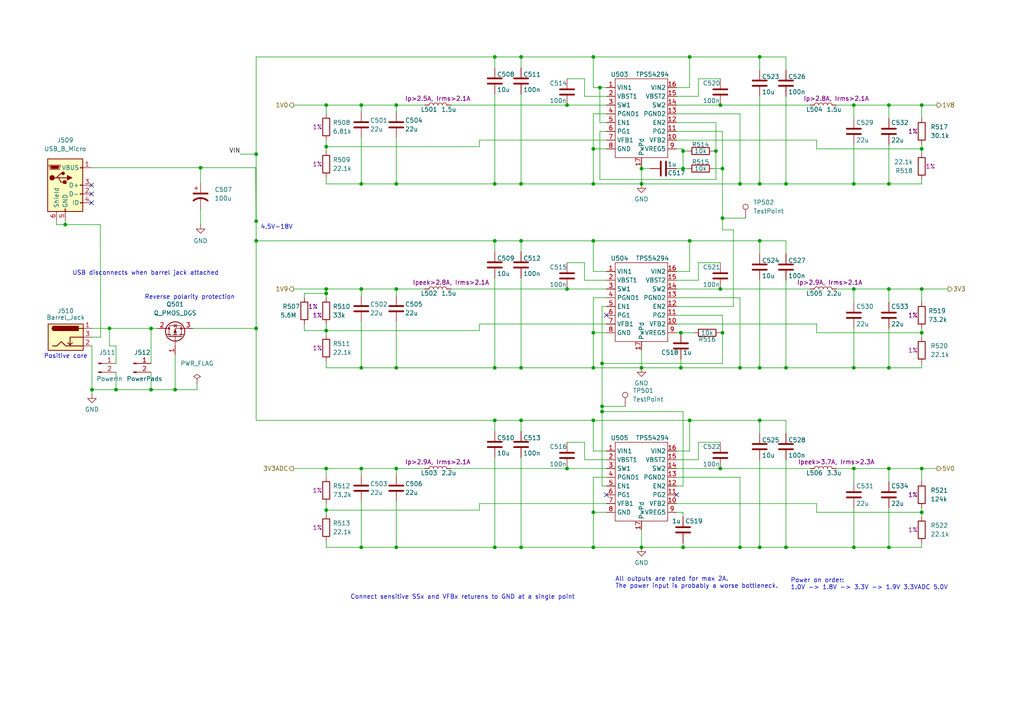
<source format=kicad_sch>
(kicad_sch (version 20211123) (generator eeschema)
  (paper "A4")
  (title_block (title "VGA Centrifuge") (date "2022-10-03") (rev "R3") (comment 1 "Author: Håvard Krogstie") (comment 2 "Power Supply"))
  (junction (at 151.13 158.75))
  (junction (at 257.81 53.34))
  (junction (at 151.13 69.85))
  (junction (at 143.51 16.51))
  (junction (at 267.335 30.48))
  (junction (at 247.65 135.89))
  (junction (at 151.13 121.92))
  (junction (at 214.63 106.68))
  (junction (at 227.965 158.75))
  (junction (at 94.615 95.885))
  (junction (at 114.935 106.68))
  (junction (at 104.775 106.68))
  (junction (at 18.923 65.151))
  (junction (at 172.085 148.59))
  (junction (at 247.65 106.68))
  (junction (at 208.915 30.48))
  (junction (at 74.295 95.25))
  (junction (at 227.965 106.68))
  (junction (at 114.935 83.82))
  (junction (at 151.13 16.51))
  (junction (at 74.295 64.135))
  (junction (at 197.485 96.52))
  (junction (at 267.335 148.59))
  (junction (at 94.615 135.89))
  (junction (at 143.51 53.34))
  (junction (at 267.335 83.82))
  (junction (at 173.99 25.4))
  (junction (at 198.12 48.895))
  (junction (at 257.81 83.82))
  (junction (at 174.625 117.856))
  (junction (at 172.085 43.18))
  (junction (at 267.335 96.52))
  (junction (at 50.8 113.03))
  (junction (at 186.055 48.895))
  (junction (at 198.12 158.75))
  (junction (at 143.51 121.92))
  (junction (at 172.085 158.75))
  (junction (at 94.615 42.545))
  (junction (at 143.51 69.85))
  (junction (at 33.655 113.03))
  (junction (at 43.815 95.25))
  (junction (at 114.935 158.75))
  (junction (at 257.81 135.89))
  (junction (at 214.63 158.75))
  (junction (at 114.935 30.48))
  (junction (at 94.615 83.82))
  (junction (at 220.345 69.85))
  (junction (at 197.485 106.68))
  (junction (at 172.085 53.34))
  (junction (at 220.345 53.34))
  (junction (at 164.465 83.82))
  (junction (at 94.615 30.48))
  (junction (at 257.81 106.68))
  (junction (at 151.13 106.68))
  (junction (at 186.055 53.34))
  (junction (at 220.345 121.92))
  (junction (at 143.51 106.68))
  (junction (at 94.615 147.955))
  (junction (at 247.65 158.75))
  (junction (at 198.12 43.815))
  (junction (at 209.55 96.52))
  (junction (at 174.625 119.38))
  (junction (at 43.815 113.03))
  (junction (at 26.67 113.03))
  (junction (at 220.345 16.51))
  (junction (at 114.935 53.34))
  (junction (at 186.055 106.68))
  (junction (at 151.13 53.34))
  (junction (at 209.55 63.2714))
  (junction (at 58.166 48.641))
  (junction (at 267.335 135.89))
  (junction (at 104.775 83.82))
  (junction (at 164.465 30.48))
  (junction (at 172.085 106.68))
  (junction (at 104.775 53.34))
  (junction (at 172.085 16.51))
  (junction (at 104.775 158.75))
  (junction (at 172.085 121.92))
  (junction (at 200.025 69.85))
  (junction (at 172.085 96.52))
  (junction (at 208.915 135.89))
  (junction (at 114.935 135.89))
  (junction (at 247.65 53.34))
  (junction (at 104.775 135.89))
  (junction (at 104.775 30.48))
  (junction (at 227.965 53.34))
  (junction (at 257.81 30.48))
  (junction (at 220.345 106.68))
  (junction (at 257.81 158.75))
  (junction (at 247.65 83.82))
  (junction (at 31.75 95.25))
  (junction (at 220.345 158.75))
  (junction (at 186.055 158.75))
  (junction (at 214.63 53.34))
  (junction (at 172.085 69.85))
  (junction (at 209.55 48.895))
  (junction (at 94.615 85.09))
  (junction (at 174.625 105.41))
  (junction (at 207.645 43.815))
  (junction (at 247.65 30.48))
  (junction (at 200.025 16.51))
  (junction (at 164.465 135.89))
  (junction (at 200.025 121.92))
  (junction (at 74.295 44.704))
  (junction (at 143.51 158.75))
  (junction (at 267.335 43.18))
  (junction (at 208.915 83.82))
  (junction (at 74.295 69.85))
  (no_connect (at 26.543 58.801))
  (no_connect (at 26.543 53.721))
  (no_connect (at 26.543 56.261))
  (no_connect (at 175.895 91.44))
  (no_connect (at 175.895 143.51))
  (no_connect (at 196.215 143.51))
  (wire (pts (xy 74.295 64.135) (xy 74.295 69.85)))
  (wire (pts (xy 94.615 158.75) (xy 104.775 158.75)))
  (wire (pts (xy 267.335 83.82) (xy 274.955 83.82)))
  (wire (pts (xy 267.335 30.48) (xy 271.78 30.48)))
  (wire (pts (xy 88.265 93.98) (xy 88.265 95.885)))
  (wire (pts (xy 257.81 135.89) (xy 257.81 139.7)))
  (wire (pts (xy 209.55 38.1) (xy 209.55 48.895)))
  (wire (pts (xy 267.335 83.82) (xy 267.335 87.63)))
  (wire (pts (xy 227.965 106.68) (xy 220.345 106.68)))
  (wire (pts (xy 104.775 85.725) (xy 104.775 83.82)))
  (wire (pts (xy 196.215 25.4) (xy 200.025 25.4)))
  (wire (pts (xy 85.09 83.82) (xy 94.615 83.82)))
  (wire (pts (xy 69.6976 44.704) (xy 74.295 44.704)))
  (wire (pts (xy 143.51 158.75) (xy 151.13 158.75)))
  (wire (pts (xy 174.625 117.856) (xy 174.625 119.38)))
  (wire (pts (xy 175.895 96.52) (xy 172.085 96.52)))
  (wire (pts (xy 236.855 96.52) (xy 267.335 96.52)))
  (wire (pts (xy 139.065 93.98) (xy 175.895 93.98)))
  (wire (pts (xy 208.915 135.89) (xy 234.95 135.89)))
  (wire (pts (xy 247.65 106.68) (xy 227.965 106.68)))
  (wire (pts (xy 220.345 158.75) (xy 214.63 158.75)))
  (wire (pts (xy 143.51 69.85) (xy 151.13 69.85)))
  (wire (pts (xy 198.12 43.815) (xy 198.12 48.895)))
  (wire (pts (xy 104.775 106.68) (xy 114.935 106.68)))
  (wire (pts (xy 94.615 135.89) (xy 104.775 135.89)))
  (wire (pts (xy 151.13 80.645) (xy 151.13 106.68)))
  (wire (pts (xy 236.855 93.98) (xy 236.855 96.52)))
  (wire (pts (xy 227.965 53.34) (xy 220.345 53.34)))
  (wire (pts (xy 114.935 83.82) (xy 123.19 83.82)))
  (wire (pts (xy 151.13 69.85) (xy 151.13 73.025)))
  (wire (pts (xy 172.085 148.59) (xy 172.085 158.75)))
  (wire (pts (xy 31.75 95.25) (xy 43.815 95.25)))
  (wire (pts (xy 186.055 53.34) (xy 214.63 53.34)))
  (wire (pts (xy 29.21 97.79) (xy 26.67 97.79)))
  (wire (pts (xy 130.81 135.89) (xy 164.465 135.89)))
  (wire (pts (xy 26.67 113.03) (xy 33.655 113.03)))
  (wire (pts (xy 186.055 48.895) (xy 188.595 48.895)))
  (wire (pts (xy 114.935 32.385) (xy 114.935 30.48)))
  (wire (pts (xy 247.65 83.82) (xy 257.81 83.82)))
  (wire (pts (xy 220.345 69.85) (xy 227.965 69.85)))
  (wire (pts (xy 257.81 106.68) (xy 267.335 106.68)))
  (wire (pts (xy 33.655 113.03) (xy 43.815 113.03)))
  (wire (pts (xy 143.51 106.68) (xy 151.13 106.68)))
  (wire (pts (xy 220.345 16.51) (xy 220.345 20.32)))
  (wire (pts (xy 94.615 51.435) (xy 94.615 53.34)))
  (wire (pts (xy 94.615 146.05) (xy 94.615 147.955)))
  (wire (pts (xy 114.935 53.34) (xy 114.935 40.005)))
  (wire (pts (xy 173.99 35.56) (xy 173.99 25.4)))
  (wire (pts (xy 196.215 33.02) (xy 214.63 33.02)))
  (wire (pts (xy 220.345 106.68) (xy 214.63 106.68)))
  (wire (pts (xy 181.3306 117.856) (xy 174.625 117.856)))
  (wire (pts (xy 209.55 63.2714) (xy 209.55 66.675)))
  (wire (pts (xy 196.215 27.94) (xy 202.565 27.94)))
  (wire (pts (xy 202.565 27.94) (xy 202.565 22.86)))
  (wire (pts (xy 196.215 43.18) (xy 198.12 43.18)))
  (wire (pts (xy 257.81 158.75) (xy 267.335 158.75)))
  (wire (pts (xy 43.815 113.03) (xy 50.8 113.03)))
  (wire (pts (xy 247.65 135.89) (xy 257.81 135.89)))
  (wire (pts (xy 200.025 69.85) (xy 220.345 69.85)))
  (wire (pts (xy 74.168 48.641) (xy 74.295 64.135)))
  (wire (pts (xy 247.65 30.48) (xy 247.65 34.29)))
  (wire (pts (xy 164.465 83.82) (xy 175.895 83.82)))
  (wire (pts (xy 267.335 43.18) (xy 267.335 44.45)))
  (wire (pts (xy 267.335 148.59) (xy 267.335 149.86)))
  (wire (pts (xy 172.085 69.85) (xy 200.025 69.85)))
  (wire (pts (xy 151.13 16.51) (xy 151.13 19.685)))
  (wire (pts (xy 104.775 158.75) (xy 114.935 158.75)))
  (wire (pts (xy 196.215 91.44) (xy 209.55 91.44)))
  (wire (pts (xy 104.775 135.89) (xy 114.935 135.89)))
  (wire (pts (xy 31.75 100.33) (xy 31.75 95.25)))
  (wire (pts (xy 18.923 65.151) (xy 29.083 65.151)))
  (wire (pts (xy 267.335 34.29) (xy 267.335 30.48)))
  (wire (pts (xy 175.895 86.36) (xy 172.085 86.36)))
  (wire (pts (xy 172.085 86.36) (xy 172.085 96.52)))
  (wire (pts (xy 214.63 86.36) (xy 214.63 106.68)))
  (wire (pts (xy 172.085 96.52) (xy 172.085 106.68)))
  (wire (pts (xy 172.085 121.92) (xy 200.025 121.92)))
  (wire (pts (xy 257.81 41.91) (xy 257.81 53.34)))
  (wire (pts (xy 174.625 105.41) (xy 174.625 117.856)))
  (wire (pts (xy 26.543 48.641) (xy 58.166 48.641)))
  (wire (pts (xy 74.295 16.51) (xy 74.295 44.704)))
  (wire (pts (xy 207.645 35.56) (xy 207.645 43.815)))
  (wire (pts (xy 186.055 106.68) (xy 197.485 106.68)))
  (wire (pts (xy 172.085 138.43) (xy 172.085 148.59)))
  (wire (pts (xy 173.99 52.07) (xy 207.645 52.07)))
  (wire (pts (xy 236.855 146.05) (xy 236.855 148.59)))
  (wire (pts (xy 196.215 148.59) (xy 198.12 148.59)))
  (wire (pts (xy 18.923 63.881) (xy 18.923 65.151)))
  (wire (pts (xy 196.215 135.89) (xy 208.915 135.89)))
  (wire (pts (xy 104.775 53.34) (xy 114.935 53.34)))
  (wire (pts (xy 114.935 30.48) (xy 123.19 30.48)))
  (wire (pts (xy 114.935 135.89) (xy 123.19 135.89)))
  (wire (pts (xy 196.215 96.52) (xy 197.485 96.52)))
  (wire (pts (xy 267.335 135.89) (xy 271.78 135.89)))
  (wire (pts (xy 16.383 63.881) (xy 16.383 65.151)))
  (wire (pts (xy 196.215 93.98) (xy 236.855 93.98)))
  (wire (pts (xy 196.215 30.48) (xy 208.915 30.48)))
  (wire (pts (xy 186.055 48.26) (xy 186.055 48.895)))
  (wire (pts (xy 202.565 81.28) (xy 202.565 76.2)))
  (wire (pts (xy 143.51 27.305) (xy 143.51 53.34)))
  (wire (pts (xy 94.615 104.775) (xy 94.615 106.68)))
  (wire (pts (xy 172.085 106.68) (xy 186.055 106.68)))
  (wire (pts (xy 172.085 53.34) (xy 186.055 53.34)))
  (wire (pts (xy 139.065 95.885) (xy 94.615 95.885)))
  (wire (pts (xy 139.065 147.955) (xy 94.615 147.955)))
  (wire (pts (xy 26.67 95.25) (xy 31.75 95.25)))
  (wire (pts (xy 104.775 32.385) (xy 104.775 30.48)))
  (wire (pts (xy 74.295 95.25) (xy 74.295 69.85)))
  (wire (pts (xy 200.025 25.4) (xy 200.025 16.51)))
  (wire (pts (xy 172.085 25.4) (xy 172.085 16.51)))
  (wire (pts (xy 267.335 96.52) (xy 267.335 97.79)))
  (wire (pts (xy 196.215 130.81) (xy 200.025 130.81)))
  (wire (pts (xy 200.025 130.81) (xy 200.025 121.92)))
  (wire (pts (xy 139.065 146.05) (xy 175.895 146.05)))
  (wire (pts (xy 196.215 86.36) (xy 214.63 86.36)))
  (wire (pts (xy 209.55 96.52) (xy 208.915 96.52)))
  (wire (pts (xy 220.345 121.92) (xy 227.965 121.92)))
  (wire (pts (xy 33.655 107.95) (xy 33.655 113.03)))
  (wire (pts (xy 209.55 91.44) (xy 209.55 96.52)))
  (wire (pts (xy 143.51 53.34) (xy 151.13 53.34)))
  (wire (pts (xy 198.12 48.895) (xy 199.39 48.895)))
  (wire (pts (xy 94.615 156.845) (xy 94.615 158.75)))
  (wire (pts (xy 196.215 81.28) (xy 202.565 81.28)))
  (wire (pts (xy 169.545 81.28) (xy 169.545 76.2)))
  (wire (pts (xy 172.085 130.81) (xy 172.085 121.92)))
  (wire (pts (xy 198.12 157.48) (xy 198.12 158.75)))
  (wire (pts (xy 114.935 106.68) (xy 143.51 106.68)))
  (wire (pts (xy 196.215 40.64) (xy 236.855 40.64)))
  (wire (pts (xy 169.545 27.94) (xy 169.545 22.86)))
  (wire (pts (xy 267.335 157.48) (xy 267.335 158.75)))
  (wire (pts (xy 94.615 93.98) (xy 94.615 95.885)))
  (wire (pts (xy 104.775 145.415) (xy 104.775 158.75)))
  (wire (pts (xy 198.12 119.38) (xy 174.625 119.38)))
  (wire (pts (xy 104.775 83.82) (xy 114.935 83.82)))
  (wire (pts (xy 43.815 95.25) (xy 43.815 105.41)))
  (wire (pts (xy 169.545 128.27) (xy 164.465 128.27)))
  (wire (pts (xy 196.215 146.05) (xy 236.855 146.05)))
  (wire (pts (xy 208.915 83.82) (xy 234.95 83.82)))
  (wire (pts (xy 74.295 121.92) (xy 143.51 121.92)))
  (wire (pts (xy 143.51 80.645) (xy 143.51 106.68)))
  (wire (pts (xy 214.63 138.43) (xy 214.63 158.75)))
  (wire (pts (xy 173.99 25.4) (xy 172.085 25.4)))
  (wire (pts (xy 207.645 43.815) (xy 207.01 43.815)))
  (wire (pts (xy 202.565 76.2) (xy 208.915 76.2)))
  (wire (pts (xy 197.485 104.14) (xy 197.485 106.68)))
  (wire (pts (xy 207.01 48.895) (xy 209.55 48.895)))
  (wire (pts (xy 172.085 43.18) (xy 172.085 53.34)))
  (wire (pts (xy 50.8 102.87) (xy 50.8 113.03)))
  (wire (pts (xy 220.345 27.94) (xy 220.345 53.34)))
  (wire (pts (xy 172.085 16.51) (xy 200.025 16.51)))
  (wire (pts (xy 236.855 148.59) (xy 267.335 148.59)))
  (wire (pts (xy 220.345 81.28) (xy 220.345 106.68)))
  (wire (pts (xy 257.81 83.82) (xy 267.335 83.82)))
  (wire (pts (xy 58.166 48.641) (xy 74.168 48.641)))
  (wire (pts (xy 202.565 133.35) (xy 202.565 128.27)))
  (wire (pts (xy 247.65 158.75) (xy 227.965 158.75)))
  (wire (pts (xy 247.65 147.32) (xy 247.65 158.75)))
  (wire (pts (xy 139.065 40.64) (xy 175.895 40.64)))
  (wire (pts (xy 29.083 65.151) (xy 29.21 97.79)))
  (wire (pts (xy 74.295 16.51) (xy 143.51 16.51)))
  (wire (pts (xy 196.215 78.74) (xy 200.025 78.74)))
  (wire (pts (xy 267.335 41.91) (xy 267.335 43.18)))
  (wire (pts (xy 94.615 33.02) (xy 94.615 30.48)))
  (wire (pts (xy 130.81 30.48) (xy 164.465 30.48)))
  (wire (pts (xy 175.895 33.02) (xy 172.085 33.02)))
  (wire (pts (xy 267.335 52.07) (xy 267.335 53.34)))
  (wire (pts (xy 94.615 30.48) (xy 104.775 30.48)))
  (wire (pts (xy 94.615 53.34) (xy 104.775 53.34)))
  (wire (pts (xy 172.085 78.74) (xy 175.895 78.74)))
  (wire (pts (xy 247.65 30.48) (xy 257.81 30.48)))
  (wire (pts (xy 175.895 25.4) (xy 173.99 25.4)))
  (wire (pts (xy 197.485 96.52) (xy 201.295 96.52)))
  (wire (pts (xy 198.12 43.815) (xy 198.12 43.18)))
  (wire (pts (xy 114.935 106.68) (xy 114.935 93.345)))
  (wire (pts (xy 174.625 105.41) (xy 209.55 105.41)))
  (wire (pts (xy 198.12 158.75) (xy 214.63 158.75)))
  (wire (pts (xy 114.935 158.75) (xy 143.51 158.75)))
  (wire (pts (xy 143.51 16.51) (xy 151.13 16.51)))
  (wire (pts (xy 172.085 158.75) (xy 186.055 158.75)))
  (wire (pts (xy 198.12 43.815) (xy 199.39 43.815)))
  (wire (pts (xy 174.625 119.38) (xy 174.625 140.97)))
  (wire (pts (xy 236.855 40.64) (xy 236.855 43.18)))
  (wire (pts (xy 202.565 22.86) (xy 208.915 22.86)))
  (wire (pts (xy 26.67 100.33) (xy 26.67 113.03)))
  (wire (pts (xy 114.935 53.34) (xy 143.51 53.34)))
  (wire (pts (xy 227.965 158.75) (xy 220.345 158.75)))
  (wire (pts (xy 57.15 111.125) (xy 57.15 113.03)))
  (wire (pts (xy 257.81 83.82) (xy 257.81 87.63)))
  (wire (pts (xy 207.645 35.56) (xy 196.215 35.56)))
  (wire (pts (xy 242.57 30.48) (xy 247.65 30.48)))
  (wire (pts (xy 208.915 30.48) (xy 234.95 30.48)))
  (wire (pts (xy 247.65 95.25) (xy 247.65 106.68)))
  (wire (pts (xy 267.335 95.25) (xy 267.335 96.52)))
  (wire (pts (xy 207.645 43.815) (xy 207.645 52.07)))
  (wire (pts (xy 88.265 85.09) (xy 94.615 85.09)))
  (wire (pts (xy 257.81 53.34) (xy 267.335 53.34)))
  (wire (pts (xy 196.215 138.43) (xy 214.63 138.43)))
  (wire (pts (xy 220.345 121.92) (xy 220.345 125.73)))
  (wire (pts (xy 174.625 140.97) (xy 175.895 140.97)))
  (wire (pts (xy 94.615 83.82) (xy 104.775 83.82)))
  (wire (pts (xy 174.625 88.9) (xy 174.625 105.41)))
  (wire (pts (xy 94.615 86.36) (xy 94.615 85.09)))
  (wire (pts (xy 174.625 88.9) (xy 175.895 88.9)))
  (wire (pts (xy 164.465 30.48) (xy 175.895 30.48)))
  (wire (pts (xy 94.615 42.545) (xy 94.615 43.815)))
  (wire (pts (xy 151.13 121.92) (xy 151.13 125.095)))
  (wire (pts (xy 175.895 148.59) (xy 172.085 148.59)))
  (wire (pts (xy 227.965 121.92) (xy 227.965 125.73)))
  (wire (pts (xy 33.655 100.33) (xy 31.75 100.33)))
  (wire (pts (xy 196.215 38.1) (xy 209.55 38.1)))
  (wire (pts (xy 175.895 43.18) (xy 172.085 43.18)))
  (wire (pts (xy 104.775 137.795) (xy 104.775 135.89)))
  (wire (pts (xy 175.895 81.28) (xy 169.545 81.28)))
  (wire (pts (xy 257.81 106.68) (xy 247.65 106.68)))
  (wire (pts (xy 139.065 93.98) (xy 139.065 95.885)))
  (wire (pts (xy 216.2556 63.2714) (xy 209.55 63.2714)))
  (wire (pts (xy 143.51 69.85) (xy 143.51 73.025)))
  (wire (pts (xy 236.855 43.18) (xy 267.335 43.18)))
  (wire (pts (xy 247.65 41.91) (xy 247.65 53.34)))
  (wire (pts (xy 197.485 106.68) (xy 214.63 106.68)))
  (wire (pts (xy 186.055 158.75) (xy 198.12 158.75)))
  (wire (pts (xy 175.895 35.56) (xy 173.99 35.56)))
  (wire (pts (xy 186.055 101.6) (xy 186.055 106.68)))
  (wire (pts (xy 164.465 135.89) (xy 175.895 135.89)))
  (wire (pts (xy 200.025 78.74) (xy 200.025 69.85)))
  (wire (pts (xy 247.65 53.34) (xy 227.965 53.34)))
  (wire (pts (xy 104.775 30.48) (xy 114.935 30.48)))
  (wire (pts (xy 175.895 27.94) (xy 169.545 27.94)))
  (wire (pts (xy 139.065 42.545) (xy 94.615 42.545)))
  (wire (pts (xy 175.895 38.1) (xy 173.99 38.1)))
  (wire (pts (xy 257.81 135.89) (xy 267.335 135.89)))
  (wire (pts (xy 169.545 76.2) (xy 164.465 76.2)))
  (wire (pts (xy 33.655 105.41) (xy 33.655 100.33)))
  (wire (pts (xy 88.265 95.885) (xy 94.615 95.885)))
  (wire (pts (xy 257.81 147.32) (xy 257.81 158.75)))
  (wire (pts (xy 104.775 93.345) (xy 104.775 106.68)))
  (wire (pts (xy 130.81 83.82) (xy 164.465 83.82)))
  (wire (pts (xy 212.725 88.9) (xy 196.215 88.9)))
  (wire (pts (xy 151.13 27.305) (xy 151.13 53.34)))
  (wire (pts (xy 175.895 133.35) (xy 169.545 133.35)))
  (wire (pts (xy 212.725 66.675) (xy 212.725 88.9)))
  (wire (pts (xy 58.166 65.151) (xy 58.166 60.706)))
  (wire (pts (xy 143.51 121.92) (xy 143.51 125.095)))
  (wire (pts (xy 114.935 85.725) (xy 114.935 83.82)))
  (wire (pts (xy 74.295 69.85) (xy 143.51 69.85)))
  (wire (pts (xy 220.345 16.51) (xy 227.965 16.51)))
  (wire (pts (xy 267.335 105.41) (xy 267.335 106.68)))
  (wire (pts (xy 26.67 113.03) (xy 26.67 114.3)))
  (wire (pts (xy 257.81 95.25) (xy 257.81 106.68)))
  (wire (pts (xy 151.13 121.92) (xy 172.085 121.92)))
  (wire (pts (xy 94.615 138.43) (xy 94.615 135.89)))
  (wire (pts (xy 242.57 135.89) (xy 247.65 135.89)))
  (wire (pts (xy 104.775 40.005) (xy 104.775 53.34)))
  (wire (pts (xy 173.99 38.1) (xy 173.99 52.07)))
  (wire (pts (xy 198.12 148.59) (xy 198.12 149.86)))
  (wire (pts (xy 58.166 53.086) (xy 58.166 48.641)))
  (wire (pts (xy 114.935 158.75) (xy 114.935 145.415)))
  (wire (pts (xy 94.615 40.64) (xy 94.615 42.545)))
  (wire (pts (xy 227.965 133.35) (xy 227.965 158.75)))
  (wire (pts (xy 186.055 153.67) (xy 186.055 158.75)))
  (wire (pts (xy 143.51 16.51) (xy 143.51 19.685)))
  (wire (pts (xy 209.55 48.895) (xy 209.55 63.2714)))
  (wire (pts (xy 94.615 85.09) (xy 94.615 83.82)))
  (wire (pts (xy 172.085 78.74) (xy 172.085 69.85)))
  (wire (pts (xy 257.81 30.48) (xy 257.81 34.29)))
  (wire (pts (xy 43.815 95.25) (xy 45.72 95.25)))
  (wire (pts (xy 267.335 147.32) (xy 267.335 148.59)))
  (wire (pts (xy 57.15 113.03) (xy 50.8 113.03)))
  (wire (pts (xy 74.295 121.92) (xy 74.295 95.25)))
  (wire (pts (xy 220.345 53.34) (xy 214.63 53.34)))
  (wire (pts (xy 88.265 86.36) (xy 88.265 85.09)))
  (wire (pts (xy 151.13 16.51) (xy 172.085 16.51)))
  (wire (pts (xy 85.09 30.48) (xy 94.615 30.48)))
  (wire (pts (xy 175.895 138.43) (xy 172.085 138.43)))
  (wire (pts (xy 143.51 121.92) (xy 151.13 121.92)))
  (wire (pts (xy 43.815 107.95) (xy 43.815 113.03)))
  (wire (pts (xy 169.545 22.86) (xy 164.465 22.86)))
  (wire (pts (xy 151.13 69.85) (xy 172.085 69.85)))
  (wire (pts (xy 220.345 69.85) (xy 220.345 73.66)))
  (wire (pts (xy 247.65 135.89) (xy 247.65 139.7)))
  (wire (pts (xy 257.81 53.34) (xy 247.65 53.34)))
  (wire (pts (xy 257.81 158.75) (xy 247.65 158.75)))
  (wire (pts (xy 200.025 16.51) (xy 220.345 16.51)))
  (wire (pts (xy 242.57 83.82) (xy 247.65 83.82)))
  (wire (pts (xy 16.383 65.151) (xy 18.923 65.151)))
  (wire (pts (xy 196.215 83.82) (xy 208.915 83.82)))
  (wire (pts (xy 227.965 81.28) (xy 227.965 106.68)))
  (wire (pts (xy 74.295 44.704) (xy 74.295 64.135)))
  (wire (pts (xy 257.81 30.48) (xy 267.335 30.48)))
  (wire (pts (xy 151.13 53.34) (xy 172.085 53.34)))
  (wire (pts (xy 196.215 140.97) (xy 198.12 140.97)))
  (wire (pts (xy 143.51 132.715) (xy 143.51 158.75)))
  (wire (pts (xy 247.65 83.82) (xy 247.65 87.63)))
  (wire (pts (xy 209.55 66.675) (xy 212.725 66.675)))
  (wire (pts (xy 85.09 135.89) (xy 94.615 135.89)))
  (wire (pts (xy 198.12 140.97) (xy 198.12 119.38)))
  (wire (pts (xy 172.085 33.02) (xy 172.085 43.18)))
  (wire (pts (xy 202.565 128.27) (xy 208.915 128.27)))
  (wire (pts (xy 227.965 27.94) (xy 227.965 53.34)))
  (wire (pts (xy 172.085 130.81) (xy 175.895 130.81)))
  (wire (pts (xy 139.065 40.64) (xy 139.065 42.545)))
  (wire (pts (xy 209.55 96.52) (xy 209.55 105.41)))
  (wire (pts (xy 151.13 106.68) (xy 172.085 106.68)))
  (wire (pts (xy 227.965 69.85) (xy 227.965 73.66)))
  (wire (pts (xy 186.055 48.895) (xy 186.055 53.34)))
  (wire (pts (xy 220.345 133.35) (xy 220.345 158.75)))
  (wire (pts (xy 139.065 146.05) (xy 139.065 147.955)))
  (wire (pts (xy 169.545 133.35) (xy 169.545 128.27)))
  (wire (pts (xy 227.965 16.51) (xy 227.965 20.32)))
  (wire (pts (xy 94.615 95.885) (xy 94.615 97.155)))
  (wire (pts (xy 196.215 48.895) (xy 198.12 48.895)))
  (wire (pts (xy 151.13 132.715) (xy 151.13 158.75)))
  (wire (pts (xy 94.615 106.68) (xy 104.775 106.68)))
  (wire (pts (xy 94.615 147.955) (xy 94.615 149.225)))
  (wire (pts (xy 114.935 137.795) (xy 114.935 135.89)))
  (wire (pts (xy 55.88 95.25) (xy 74.295 95.25)))
  (wire (pts (xy 267.335 139.7) (xy 267.335 135.89)))
  (wire (pts (xy 200.025 121.92) (xy 220.345 121.92)))
  (wire (pts (xy 196.215 133.35) (xy 202.565 133.35)))
  (wire (pts (xy 151.13 158.75) (xy 172.085 158.75)))
  (wire (pts (xy 214.63 33.02) (xy 214.63 53.34)))
  (text "Power on order:\n1.0V -> 1.8V -> 3.3V -> 1.9V 3.3VADC 5.0V" (at 229.2858 171.2214 0) (effects (font (size 1.27 1.27)) (justify left bottom)))
  (text "All outputs are rated for max 2A.\nThe power input is probably a worse bottleneck." (at 178.435 170.815 0) (effects (font (size 1.27 1.27)) (justify left bottom)))
  (text "Connect sensitive SSx and VFBx returens to GND at a single point" (at 101.6 173.99 0) (effects (font (size 1.27 1.27)) (justify left bottom)))
  (text "4.5V-18V" (at 75.565 66.675 0) (effects (font (size 1.27 1.27)) (justify left bottom)))
  (text "Reverse polarity protection" (at 41.91 86.995 0) (effects (font (size 1.27 1.27)) (justify left bottom)))
  (text "USB disconnects when barrel jack attached" (at 20.955 80.01 0) (effects (font (size 1.27 1.27)) (justify left bottom)))
  (text "Positive core" (at 12.7 104.14 0) (effects (font (size 1.27 1.27)) (justify left bottom)))
  (label "VIN" (at 69.6976 44.704 180))
  (hierarchical_label "1V8" (shape output) (at 271.78 30.48 0))
  (hierarchical_label "1V9" (shape output) (at 85.09 83.82 180))
  (hierarchical_label "3V3" (shape output) (at 274.955 83.82 0))
  (hierarchical_label "5V0" (shape output) (at 271.78 135.89 0))
  (hierarchical_label "3V3ADC" (shape output) (at 85.09 135.89 180))
  (hierarchical_label "1V0" (shape output) (at 85.09 30.48 180))
  (symbol (lib_id "Device:C") (at 151.13 128.905 0) (unit 1)
    (property "Reference" "C513" (at 151.765 127 0) (effects (justify left)))
    (property "Value" "100n" (at 151.765 131.445 0) (effects (justify left)))
    (property "Footprint" "Capacitor_SMD:C_1206_3216Metric_Pad1.33x1.80mm_HandSolder" (effects hide))
    (property "Purchase" "https://www.digikey.no/no/products/detail/walsin-technology-corporation/1206B104K250CT/9355100" (effects hide))
  )
  (symbol (lib_id "Device:R") (at 94.615 100.965 0) (unit 1)
    (property "Reference" "R511" (at 96.52 99.695 0) (effects (justify left)))
    (property "Value" "22.1k" (at 96.52 102.235 0) (effects (justify left)))
    (property "Footprint" "Resistor_SMD:R_0805_2012Metric_Pad1.20x1.40mm_HandSolder" (effects hide))
    (property "Threshold" "1%" (at 92.075 100.965 0))
    (property "Purchase" "https://www.digikey.no/no/products/detail/stackpole-electronics-inc/RNCP0805FTD22K1/2240273" (effects hide))
  )
  (symbol (lib_id "Device:C") (at 104.775 89.535 0) (unit 1)
    (property "Reference" "C502" (at 107.315 88.265 0) (effects (justify left)))
    (property "Value" "22u" (at 107.315 90.805 0) (effects (justify left)))
    (property "Footprint" "Capacitor_SMD:C_1206_3216Metric_Pad1.33x1.80mm_HandSolder" (effects hide))
    (property "Purchase" "https://www.digikey.no/no/products/detail/samsung-electro-mechanics/CL31B226KQHNNNE/3888804" (effects hide))
  )
  (symbol (lib_id "power:GND") (at 26.67 114.3 0) (unit 1)
    (property "Reference" "#PWR0516" (effects hide))
    (property "Value" "GND" (at 26.67 118.745 0))
  )
  (symbol (lib_id "Device:R") (at 203.2 43.815 90) (unit 1)
    (property "Reference" "R514" (at 203.2 41.91 90))
    (property "Value" "10k" (at 203.2 43.815 90))
    (property "Footprint" "Resistor_SMD:R_0805_2012Metric_Pad1.20x1.40mm_HandSolder" (effects hide))
    (property "Order Page" "https://no.mouser.com/ProductDetail/YAGEO/RC0805FR-1310KL?qs=sGAEpiMZZMtlubZbdhIBIHucEnbnlIRRGobQQ23C9vc%3D" (effects hide))
  )
  (symbol (lib_id "Device:L") (at 127 135.89 90) (unit 1)
    (property "Reference" "L503" (at 124.46 137.16 90))
    (property "Value" "2.2u" (at 130.175 137.16 90))
    (property "Footprint" "Inductor_SMD:L_Vishay_IHLP-2020" (effects hide))
    (property "Tolerance" "Ip>2.9A, Irms>2.1A" (at 127 133.985 90))
    (property "Purchase" "https://www.digikey.no/no/products/detail/vishay-dale/IHLP2020CZER2R2M5A/13985228" (effects hide))
  )
  (symbol (lib_id "Device:C") (at 247.65 38.1 0) (unit 1)
    (property "Reference" "C529" (at 248.285 35.56 0) (effects (justify left)))
    (property "Value" "22u" (at 248.285 40.64 0) (effects (justify left)))
    (property "Footprint" "Capacitor_SMD:C_1206_3216Metric_Pad1.33x1.80mm_HandSolder" (effects hide))
    (property "Purchase" "https://www.digikey.no/no/products/detail/samsung-electro-mechanics/CL31B226KQHNNNE/3888804" (effects hide))
  )
  (symbol (lib_id "Device:R") (at 94.615 153.035 0) (unit 1)
    (property "Reference" "R513" (at 96.52 151.765 0) (effects (justify left)))
    (property "Value" "22.1k" (at 96.52 154.305 0) (effects (justify left)))
    (property "Footprint" "Resistor_SMD:R_0805_2012Metric_Pad1.20x1.40mm_HandSolder" (effects hide))
    (property "Threshold" "1%" (at 92.075 153.035 0))
    (property "Purchase" "https://www.digikey.no/no/products/detail/stackpole-electronics-inc/RNCP0805FTD22K1/2240273" (effects hide))
  )
  (symbol (lib_id "Device:C") (at 151.13 76.835 0) (unit 1)
    (property "Reference" "C512" (at 151.765 74.93 0) (effects (justify left)))
    (property "Value" "100n" (at 151.765 79.375 0) (effects (justify left)))
    (property "Footprint" "Capacitor_SMD:C_1206_3216Metric_Pad1.33x1.80mm_HandSolder" (effects hide))
    (property "Purchase" "https://www.digikey.no/no/products/detail/walsin-technology-corporation/1206B104K250CT/9355100" (effects hide))
  )
  (symbol (lib_id "Connector:Conn_01x02_Male") (at 38.735 105.41 0) (unit 1)
    (property "Reference" "J512" (at 41.275 102.235 0))
    (property "Value" "PowerPads" (at 41.91 109.855 0))
    (property "Footprint" "centrifuge_mcu:PowerPads" (effects hide))
  )
  (symbol (lib_id "Device:C") (at 227.965 24.13 0) (unit 1)
    (property "Reference" "C526" (at 228.6 22.225 0) (effects (justify left)))
    (property "Value" "100n" (at 228.6 26.67 0) (effects (justify left)))
    (property "Footprint" "Capacitor_SMD:C_1206_3216Metric_Pad1.33x1.80mm_HandSolder" (effects hide))
    (property "Purchase" "https://www.digikey.no/no/products/detail/walsin-technology-corporation/1206B104K250CT/9355100" (effects hide))
  )
  (symbol (lib_id "power:GND") (at 186.055 53.34 0) (unit 1)
    (property "Reference" "#PWR0517" (effects hide))
    (property "Value" "GND" (at 186.055 57.785 0))
  )
  (symbol (lib_id "Device:R") (at 267.335 153.67 0) (unit 1)
    (property "Reference" "R522" (at 269.875 152.3999 0) (effects (justify left)))
    (property "Value" "22.1k" (at 269.875 154.9399 0) (effects (justify left)))
    (property "Footprint" "Resistor_SMD:R_0805_2012Metric_Pad1.20x1.40mm_HandSolder" (effects hide))
    (property "Tolerance" "1%" (at 264.795 153.67 0))
    (property "Purchase" "https://www.digikey.no/no/products/detail/stackpole-electronics-inc/RNCP0805FTD22K1/2240273" (effects hide))
  )
  (symbol (lib_id "Device:C") (at 257.81 143.51 0) (unit 1)
    (property "Reference" "C534" (at 258.445 140.97 0) (effects (justify left)))
    (property "Value" "22u" (at 258.445 146.05 0) (effects (justify left)))
    (property "Footprint" "Capacitor_SMD:C_1206_3216Metric_Pad1.33x1.80mm_HandSolder" (effects hide))
    (property "Purchase" "https://www.digikey.no/no/products/detail/samsung-electro-mechanics/CL31B226KQHNNNE/3888804" (effects hide))
  )
  (symbol (lib_id "Device:R") (at 94.615 36.83 0) (unit 1)
    (property "Reference" "R508" (at 96.52 35.56 0) (effects (justify left)))
    (property "Value" "6.81k" (at 96.52 38.1 0) (effects (justify left)))
    (property "Footprint" "Resistor_SMD:R_0805_2012Metric_Pad1.20x1.40mm_HandSolder" (effects hide))
    (property "Threshold" "1%" (at 92.075 36.83 0))
    (property "Purchase" "https://www.digikey.no/no/products/detail/stackpole-electronics-inc/RNCP0805FTD6K81/2240257" (effects hide))
  )
  (symbol (lib_id "Connector:TestPoint") (at 216.2556 63.2714 0) (unit 1)
    (property "Reference" "TP502" (at 218.4654 58.6993 0) (effects (justify left)))
    (property "Value" "TestPoint" (at 218.4654 61.2393 0) (effects (justify left)))
    (property "Footprint" "TestPoint:TestPoint_Keystone_5015_Micro-Minature" (effects hide))
    (property "Order Page" "https://no.mouser.com/ProductDetail/Keystone-Electronics/5015?qs=qOqV1E1P08ShW56PtUq2FA%3D%3D" (effects hide))
  )
  (symbol (lib_id "Device:L") (at 238.76 83.82 90) (unit 1)
    (property "Reference" "L505" (at 236.22 85.09 90))
    (property "Value" "2.2u" (at 241.935 85.09 90))
    (property "Footprint" "Inductor_SMD:L_Vishay_IHLP-2020" (effects hide))
    (property "Tolerance" "Ip>2.9A, Irms>2.1A" (at 240.665 81.915 90))
    (property "Purchase" "https://www.digikey.no/no/products/detail/vishay-dale/IHLP2020CZER2R2M5A/13985228" (effects hide))
  )
  (symbol (lib_id "Device:R") (at 94.615 142.24 0) (unit 1)
    (property "Reference" "R512" (at 96.52 140.97 0) (effects (justify left)))
    (property "Value" "73.2k" (at 96.52 143.51 0) (effects (justify left)))
    (property "Footprint" "Resistor_SMD:R_0805_2012Metric_Pad1.20x1.40mm_HandSolder" (effects hide))
    (property "Threshold" "1%" (at 92.075 142.24 0))
    (property "Purchase" "https://www.digikey.no/no/products/detail/yageo/RC0805FR-0773K2L/728129" (effects hide))
  )
  (symbol (lib_id "Device:R") (at 267.335 143.51 0) (unit 1)
    (property "Reference" "R521" (at 269.875 142.2399 0) (effects (justify left)))
    (property "Value" "124k" (at 269.875 144.7799 0) (effects (justify left)))
    (property "Footprint" "Resistor_SMD:R_0805_2012Metric_Pad1.20x1.40mm_HandSolder" (effects hide))
    (property "Tolerance" "1%" (at 264.795 143.51 0))
    (property "Purchase" "https://www.digikey.no/no/products/detail/stackpole-electronics-inc/RMCF0805FT124K/1760657" (effects hide))
  )
  (symbol (lib_id "Device:C") (at 227.965 77.47 0) (unit 1)
    (property "Reference" "C527" (at 228.6 75.565 0) (effects (justify left)))
    (property "Value" "100n" (at 228.6 80.01 0) (effects (justify left)))
    (property "Footprint" "Capacitor_SMD:C_1206_3216Metric_Pad1.33x1.80mm_HandSolder" (effects hide))
    (property "Purchase" "https://www.digikey.no/no/products/detail/walsin-technology-corporation/1206B104K250CT/9355100" (effects hide))
  )
  (symbol (lib_id "Device:C") (at 257.81 91.44 0) (unit 1)
    (property "Reference" "C533" (at 258.445 88.9 0) (effects (justify left)))
    (property "Value" "22u" (at 258.445 93.98 0) (effects (justify left)))
    (property "Footprint" "Capacitor_SMD:C_1206_3216Metric_Pad1.33x1.80mm_HandSolder" (effects hide))
    (property "Purchase" "https://www.digikey.no/no/products/detail/samsung-electro-mechanics/CL31B226KQHNNNE/3888804" (effects hide))
  )
  (symbol (lib_id "Device:Q_PMOS_GDS") (at 50.8 97.79 90) (unit 1)
    (property "Reference" "Q501" (at 50.8 88.265 90))
    (property "Value" "Q_PMOS_DGS" (at 50.8 90.805 90))
    (property "Footprint" "Package_TO_SOT_THT:TO-220-3_Vertical" (effects hide))
    (property "Purchase" "https://www.digikey.no/no/products/detail/infineon-technologies/SPP80P06PHXKSA1/2081673" (effects hide))
  )
  (symbol (lib_id "power:GND") (at 186.055 158.75 0) (unit 1)
    (property "Reference" "#PWR0519" (effects hide))
    (property "Value" "GND" (at 186.055 163.195 0))
  )
  (symbol (lib_id "Device:R") (at 94.615 47.625 0) (unit 1)
    (property "Reference" "R509" (at 96.52 46.355 0) (effects (justify left)))
    (property "Value" "22.1k" (at 96.52 48.895 0) (effects (justify left)))
    (property "Footprint" "Resistor_SMD:R_0805_2012Metric_Pad1.20x1.40mm_HandSolder" (effects hide))
    (property "Threshold" "1%" (at 92.075 47.625 0))
    (property "Purchase" "https://www.digikey.no/no/products/detail/stackpole-electronics-inc/RNCP0805FTD22K1/2240273" (effects hide))
  )
  (symbol (lib_id "Device:C") (at 197.485 100.33 180) (unit 1)
    (property "Reference" "C518" (at 196.85 102.235 0) (effects (justify left)))
    (property "Value" "1u" (at 200.66 102.235 0) (effects (justify left)))
    (property "Footprint" "Capacitor_SMD:C_0805_2012Metric_Pad1.18x1.45mm_HandSolder" (effects hide))
    (property "Order Page" "https://no.mouser.com/ProductDetail/Walsin/0805X105K100CT?qs=sGAEpiMZZMsh%252B1woXyUXj6GIMbU2VNPkBXHihtGsekQ%3D" (effects hide))
  )
  (symbol (lib_id "Device:C_Polarized_US") (at 58.166 56.896 0) (unit 1)
    (property "Reference" "C507" (at 62.23 54.9909 0) (effects (justify left)))
    (property "Value" "100u" (at 62.23 57.5309 0) (effects (justify left)))
    (property "Footprint" "Capacitor_THT:CP_Radial_D10.0mm_P5.00mm" (effects hide))
    (property "Purchase" "https://www.digikey.no/no/products/detail/panasonic-electronic-components/EEU-FC1H101/266332" (effects hide))
  )
  (symbol (lib_id "Device:R") (at 88.265 90.17 0) (unit 1)
    (property "Reference" "R507" (at 81.915 88.9 0) (effects (justify left)))
    (property "Value" "5.6M" (at 81.28 91.44 0) (effects (justify left)))
    (property "Footprint" "Resistor_SMD:R_0805_2012Metric_Pad1.20x1.40mm_HandSolder" (effects hide))
    (property "Tolerance" "1%" (at 90.805 88.9 0))
    (property "Purchase" "https://www.digikey.no/no/products/detail/stackpole-electronics-inc/RMCF0805FT5M60/1713201" (effects hide))
  )
  (symbol (lib_name "TPS54294_2") (lib_id "mcu_centrifuge_library:TPS54294") (at 186.055 87.63 0) (unit 1)
    (property "Reference" "U504" (at 179.705 74.93 0))
    (property "Value" "TPS54294" (at 189.23 74.93 0))
    (property "Footprint" "centrifuge_mcu:TSSOP-16-1EP_4.4x5mm_P0.65mm_EP3x3mm_ThermalVias_EXTRA" (effects hide))
  )
  (symbol (lib_id "Device:C") (at 104.775 141.605 0) (unit 1)
    (property "Reference" "C503" (at 107.315 140.335 0) (effects (justify left)))
    (property "Value" "22u" (at 107.315 142.875 0) (effects (justify left)))
    (property "Footprint" "Capacitor_SMD:C_1206_3216Metric_Pad1.33x1.80mm_HandSolder" (effects hide))
    (property "Purchase" "https://www.digikey.no/no/products/detail/samsung-electro-mechanics/CL31B226KQHNNNE/3888804" (effects hide))
  )
  (symbol (lib_id "Device:C") (at 247.65 143.51 0) (unit 1)
    (property "Reference" "C531" (at 248.285 140.97 0) (effects (justify left)))
    (property "Value" "22u" (at 248.285 146.05 0) (effects (justify left)))
    (property "Footprint" "Capacitor_SMD:C_1206_3216Metric_Pad1.33x1.80mm_HandSolder" (effects hide))
    (property "Purchase" "https://www.digikey.no/no/products/detail/samsung-electro-mechanics/CL31B226KQHNNNE/3888804" (effects hide))
  )
  (symbol (lib_id "Device:R") (at 267.335 48.26 180) (unit 1)
    (property "Reference" "R518" (at 264.795 49.5301 0) (effects (justify left)))
    (property "Value" "22.1k" (at 264.795 46.9901 0) (effects (justify left)))
    (property "Footprint" "Resistor_SMD:R_0805_2012Metric_Pad1.20x1.40mm_HandSolder" (effects hide))
    (property "Tolerance" "1%" (at 269.875 48.26 0))
    (property "Purchase" "https://www.digikey.no/no/products/detail/stackpole-electronics-inc/RNCP0805FTD22K1/2240273" (effects hide))
  )
  (symbol (lib_id "Connector:Barrel_Jack_Switch") (at 19.05 97.79 0) (unit 1)
    (property "Reference" "J510" (at 19.05 90.17 0))
    (property "Value" "Barrel_Jack" (at 19.05 92.075 0))
    (property "Footprint" "Connector_BarrelJack:BarrelJack_CUI_PJ-102AH_Horizontal" (effects hide))
    (property "Purchase" "https://www.digikey.no/no/products/detail/tensility-international-corp/54-00133/9685442" (effects hide))
  )
  (symbol (lib_id "Device:L") (at 127 83.82 90) (unit 1)
    (property "Reference" "L502" (at 124.46 85.09 90))
    (property "Value" "1.5u" (at 130.175 85.09 90))
    (property "Footprint" "centrifuge_mcu:L_Sumida_CR75" (effects hide))
    (property "Tolerance" "Ipeek>2.8A, Irms>2.1A" (at 130.81 81.915 90))
    (property "Purchase" "https://www.digikey.no/no/products/detail/sumida-america-inc/0415CDMCCDS-1R5MC/9490383" (effects hide))
  )
  (symbol (lib_id "Device:R") (at 267.335 38.1 0) (unit 1)
    (property "Reference" "R517" (at 269.875 36.8299 0) (effects (justify left)))
    (property "Value" "30.1k" (at 269.875 39.3699 0) (effects (justify left)))
    (property "Footprint" "Resistor_SMD:R_0805_2012Metric_Pad1.20x1.40mm_HandSolder" (effects hide))
    (property "Tolerance" "1%" (at 264.795 38.1 0))
    (property "Purchase" "https://www.digikey.no/no/products/detail/yageo/RC0805FR-0730K1L/727845" (effects hide))
  )
  (symbol (lib_id "Device:C") (at 114.935 141.605 0) (unit 1)
    (property "Reference" "C506" (at 117.475 140.335 0) (effects (justify left)))
    (property "Value" "22u" (at 117.475 142.875 0) (effects (justify left)))
    (property "Footprint" "Capacitor_SMD:C_1206_3216Metric_Pad1.33x1.80mm_HandSolder" (effects hide))
    (property "Purchase" "https://www.digikey.no/no/products/detail/samsung-electro-mechanics/CL31B226KQHNNNE/3888804" (effects hide))
  )
  (symbol (lib_id "Device:C") (at 198.12 153.67 180) (unit 1)
    (property "Reference" "C519" (at 203.835 151.13 0) (effects (justify left)))
    (property "Value" "1u" (at 197.485 151.13 0) (effects (justify left)))
    (property "Footprint" "Capacitor_SMD:C_0805_2012Metric_Pad1.18x1.45mm_HandSolder" (effects hide))
    (property "Order Page" "https://no.mouser.com/ProductDetail/Walsin/0805X105K100CT?qs=sGAEpiMZZMsh%252B1woXyUXj6GIMbU2VNPkBXHihtGsekQ%3D" (effects hide))
  )
  (symbol (lib_id "power:PWR_FLAG") (at 57.15 111.125 0) (unit 1)
    (property "Reference" "#FLG0507" (effects hide))
    (property "Value" "PWR_FLAG" (at 57.15 105.41 0))
  )
  (symbol (lib_id "Connector:USB_B_Micro") (at 18.923 53.721 0) (unit 1)
    (property "Reference" "J509" (at 18.923 40.64 0))
    (property "Value" "USB_B_Micro" (at 18.923 43.18 0))
    (property "Footprint" "Connector_USB:USB_Micro-B_Molex-105017-0001" (effects hide))
    (property "Purchase" "https://www.digikey.no/no/products/detail/molex/1050171001/5293188" (effects hide))
  )
  (symbol (lib_id "Device:R") (at 267.335 101.6 0) (unit 1)
    (property "Reference" "R520" (at 269.875 100.3299 0) (effects (justify left)))
    (property "Value" "22.1k" (at 269.875 102.8699 0) (effects (justify left)))
    (property "Footprint" "Resistor_SMD:R_0805_2012Metric_Pad1.20x1.40mm_HandSolder" (effects hide))
    (property "Tolerance" "1%" (at 264.795 101.6 0))
    (property "Purchase" "https://www.digikey.no/no/products/detail/stackpole-electronics-inc/RNCP0805FTD22K1/2240273" (effects hide))
  )
  (symbol (lib_id "Device:R") (at 205.105 96.52 90) (unit 1)
    (property "Reference" "R516" (at 205.105 98.425 90))
    (property "Value" "10k" (at 205.105 96.52 90))
    (property "Footprint" "Resistor_SMD:R_0805_2012Metric_Pad1.20x1.40mm_HandSolder" (effects hide))
    (property "Order Page" "https://no.mouser.com/ProductDetail/YAGEO/RC0805FR-1310KL?qs=sGAEpiMZZMtlubZbdhIBIHucEnbnlIRRGobQQ23C9vc%3D" (effects hide))
  )
  (symbol (lib_id "Device:R") (at 267.335 91.44 0) (unit 1)
    (property "Reference" "R519" (at 269.24 90.17 0) (effects (justify left)))
    (property "Value" "73.2k" (at 269.24 92.71 0) (effects (justify left)))
    (property "Footprint" "Resistor_SMD:R_0805_2012Metric_Pad1.20x1.40mm_HandSolder" (effects hide))
    (property "Threshold" "1%" (at 264.795 91.44 0))
    (property "Purchase" "https://www.digikey.no/no/products/detail/yageo/RC0805FR-0773K2L/728129" (effects hide))
  )
  (symbol (lib_id "Device:L") (at 238.76 30.48 90) (unit 1)
    (property "Reference" "L504" (at 236.22 31.75 90))
    (property "Value" "1.5u" (at 241.935 31.75 90))
    (property "Footprint" "centrifuge_mcu:L_Sumida_CR75" (effects hide))
    (property "Tolerance" "Ip>2.8A, Irms>2.1A" (at 242.57 28.575 90))
    (property "Purchase" "https://www.digikey.no/no/products/detail/sumida-america-inc/0415CDMCCDS-1R5MC/9490383" (effects hide))
  )
  (symbol (lib_id "mcu_centrifuge_library:TPS54294") (at 186.055 139.7 0) (unit 1)
    (property "Reference" "U505" (at 179.705 127 0))
    (property "Value" "TPS54294" (at 189.23 127 0))
    (property "Footprint" "centrifuge_mcu:TSSOP-16-1EP_4.4x5mm_P0.65mm_EP3x3mm_ThermalVias_EXTRA" (effects hide))
  )
  (symbol (lib_id "Connector:TestPoint") (at 181.3306 117.856 0) (unit 1)
    (property "Reference" "TP501" (at 183.5404 113.2839 0) (effects (justify left)))
    (property "Value" "TestPoint" (at 183.5404 115.8239 0) (effects (justify left)))
    (property "Footprint" "TestPoint:TestPoint_Keystone_5015_Micro-Minature" (effects hide))
    (property "Order Page" "https://no.mouser.com/ProductDetail/Keystone-Electronics/5015?qs=qOqV1E1P08ShW56PtUq2FA%3D%3D" (effects hide))
  )
  (symbol (lib_id "Device:C") (at 164.465 26.67 0) (unit 1)
    (property "Reference" "C514" (at 159.385 24.13 0) (effects (justify left)))
    (property "Value" "100n" (at 159.385 29.21 0) (effects (justify left)))
    (property "Footprint" "Capacitor_SMD:C_1206_3216Metric_Pad1.33x1.80mm_HandSolder" (effects hide))
    (property "Purchase" "https://www.digikey.no/no/products/detail/walsin-technology-corporation/1206B104K250CT/9355100" (effects hide))
  )
  (symbol (lib_id "Device:C") (at 164.465 80.01 0) (unit 1)
    (property "Reference" "C515" (at 159.385 77.47 0) (effects (justify left)))
    (property "Value" "100n" (at 159.385 82.55 0) (effects (justify left)))
    (property "Footprint" "Capacitor_SMD:C_1206_3216Metric_Pad1.33x1.80mm_HandSolder" (effects hide))
    (property "Purchase" "https://www.digikey.no/no/products/detail/walsin-technology-corporation/1206B104K250CT/9355100" (effects hide))
  )
  (symbol (lib_id "Device:C") (at 192.405 48.895 90) (unit 1)
    (property "Reference" "C517" (at 198.755 50.165 90) (effects (justify left)))
    (property "Value" "1u" (at 196.215 47.625 90) (effects (justify left)))
    (property "Footprint" "Capacitor_SMD:C_0805_2012Metric_Pad1.18x1.45mm_HandSolder" (effects hide))
    (property "Order Page" "https://no.mouser.com/ProductDetail/Walsin/0805X105K100CT?qs=sGAEpiMZZMsh%252B1woXyUXj6GIMbU2VNPkBXHihtGsekQ%3D" (effects hide))
  )
  (symbol (lib_id "Device:C") (at 220.345 129.54 0) (unit 1)
    (property "Reference" "C525" (at 220.98 127.635 0) (effects (justify left)))
    (property "Value" "10u" (at 220.98 132.08 0) (effects (justify left)))
    (property "Footprint" "Capacitor_SMD:C_1206_3216Metric_Pad1.33x1.80mm_HandSolder" (effects hide))
    (property "Purchase" "https://www.digikey.no/no/products/detail/murata-electronics/GRT31CC81E106KE01L/5416837" (effects hide))
  )
  (symbol (lib_id "Device:C") (at 143.51 23.495 0) (unit 1)
    (property "Reference" "C508" (at 144.145 21.59 0) (effects (justify left)))
    (property "Value" "10u" (at 144.145 26.035 0) (effects (justify left)))
    (property "Footprint" "Capacitor_SMD:C_1206_3216Metric_Pad1.33x1.80mm_HandSolder" (effects hide))
    (property "Purchase" "https://www.digikey.no/no/products/detail/murata-electronics/GRT31CC81E106KE01L/5416837" (effects hide))
  )
  (symbol (lib_id "Device:C") (at 208.915 26.67 0) (unit 1)
    (property "Reference" "C520" (at 203.835 24.13 0) (effects (justify left)))
    (property "Value" "100n" (at 203.835 29.21 0) (effects (justify left)))
    (property "Footprint" "Capacitor_SMD:C_1206_3216Metric_Pad1.33x1.80mm_HandSolder" (effects hide))
    (property "Purchase" "https://www.digikey.no/no/products/detail/walsin-technology-corporation/1206B104K250CT/9355100" (effects hide))
  )
  (symbol (lib_id "Device:L") (at 127 30.48 90) (unit 1)
    (property "Reference" "L501" (at 124.46 31.75 90))
    (property "Value" "1.5u" (at 130.175 31.75 90))
    (property "Footprint" "centrifuge_mcu:L_Sumida_CR75" (effects hide))
    (property "Tolerance" "Ip>2.5A, Irms>2.1A" (at 127 28.575 90))
    (property "Purchase" "https://www.digikey.no/no/products/detail/sumida-america-inc/0415CDMCCDS-1R5MC/9490383" (effects hide))
  )
  (symbol (lib_id "Device:C") (at 104.775 36.195 0) (unit 1)
    (property "Reference" "C501" (at 107.315 34.925 0) (effects (justify left)))
    (property "Value" "22u" (at 107.315 37.465 0) (effects (justify left)))
    (property "Footprint" "Capacitor_SMD:C_1206_3216Metric_Pad1.33x1.80mm_HandSolder" (effects hide))
    (property "Purchase" "https://www.digikey.no/no/products/detail/samsung-electro-mechanics/CL31B226KQHNNNE/3888804" (effects hide))
  )
  (symbol (lib_id "Device:C") (at 257.81 38.1 0) (unit 1)
    (property "Reference" "C532" (at 258.445 35.56 0) (effects (justify left)))
    (property "Value" "22u" (at 258.445 40.64 0) (effects (justify left)))
    (property "Footprint" "Capacitor_SMD:C_1206_3216Metric_Pad1.33x1.80mm_HandSolder" (effects hide))
    (property "Purchase" "https://www.digikey.no/no/products/detail/samsung-electro-mechanics/CL31B226KQHNNNE/3888804" (effects hide))
  )
  (symbol (lib_id "Device:C") (at 208.915 80.01 0) (unit 1)
    (property "Reference" "C521" (at 203.835 77.47 0) (effects (justify left)))
    (property "Value" "100n" (at 203.835 82.55 0) (effects (justify left)))
    (property "Footprint" "Capacitor_SMD:C_1206_3216Metric_Pad1.33x1.80mm_HandSolder" (effects hide))
    (property "Purchase" "https://www.digikey.no/no/products/detail/walsin-technology-corporation/1206B104K250CT/9355100" (effects hide))
  )
  (symbol (lib_id "Device:C") (at 208.915 132.08 0) (unit 1)
    (property "Reference" "C522" (at 203.835 129.54 0) (effects (justify left)))
    (property "Value" "100n" (at 203.835 134.62 0) (effects (justify left)))
    (property "Footprint" "Capacitor_SMD:C_1206_3216Metric_Pad1.33x1.80mm_HandSolder" (effects hide))
    (property "Purchase" "https://www.digikey.no/no/products/detail/walsin-technology-corporation/1206B104K250CT/9355100" (effects hide))
  )
  (symbol (lib_id "Device:C") (at 220.345 24.13 0) (unit 1)
    (property "Reference" "C523" (at 220.98 22.225 0) (effects (justify left)))
    (property "Value" "10u" (at 220.98 26.67 0) (effects (justify left)))
    (property "Footprint" "Capacitor_SMD:C_1206_3216Metric_Pad1.33x1.80mm_HandSolder" (effects hide))
    (property "Purchase" "https://www.digikey.no/no/products/detail/murata-electronics/GRT31CC81E106KE01L/5416837" (effects hide))
  )
  (symbol (lib_id "Connector:Conn_01x02_Male") (at 28.575 105.41 0) (unit 1)
    (property "Reference" "J511" (at 31.115 102.235 0))
    (property "Value" "PowerIn" (at 31.75 109.855 0))
    (property "Footprint" "Connector_PinHeader_2.54mm:PinHeader_1x02_P2.54mm_Vertical" (effects hide))
  )
  (symbol (lib_id "Device:C") (at 114.935 89.535 0) (unit 1)
    (property "Reference" "C505" (at 117.475 88.265 0) (effects (justify left)))
    (property "Value" "22u" (at 117.475 90.805 0) (effects (justify left)))
    (property "Footprint" "Capacitor_SMD:C_1206_3216Metric_Pad1.33x1.80mm_HandSolder" (effects hide))
    (property "Purchase" "https://www.digikey.no/no/products/detail/samsung-electro-mechanics/CL31B226KQHNNNE/3888804" (effects hide))
  )
  (symbol (lib_id "Device:C") (at 143.51 128.905 0) (unit 1)
    (property "Reference" "C510" (at 144.145 127 0) (effects (justify left)))
    (property "Value" "10u" (at 144.145 131.445 0) (effects (justify left)))
    (property "Footprint" "Capacitor_SMD:C_1206_3216Metric_Pad1.33x1.80mm_HandSolder" (effects hide))
    (property "Purchase" "https://www.digikey.no/no/products/detail/murata-electronics/GRT31CC81E106KE01L/5416837" (effects hide))
  )
  (symbol (lib_id "power:GND") (at 186.055 106.68 0) (unit 1)
    (property "Reference" "#PWR0518" (effects hide))
    (property "Value" "GND" (at 186.055 111.125 0))
  )
  (symbol (lib_name "TPS54294_1") (lib_id "mcu_centrifuge_library:TPS54294") (at 186.055 34.29 0) (unit 1)
    (property "Reference" "U503" (at 179.705 21.59 0))
    (property "Value" "TPS54294" (at 189.23 21.59 0))
    (property "Footprint" "centrifuge_mcu:TSSOP-16-1EP_4.4x5mm_P0.65mm_EP3x3mm_ThermalVias_EXTRA" (effects hide))
  )
  (symbol (lib_id "Device:C") (at 151.13 23.495 0) (unit 1)
    (property "Reference" "C511" (at 151.765 21.59 0) (effects (justify left)))
    (property "Value" "100n" (at 151.765 26.035 0) (effects (justify left)))
    (property "Footprint" "Capacitor_SMD:C_1206_3216Metric_Pad1.33x1.80mm_HandSolder" (effects hide))
    (property "Purchase" "https://www.digikey.no/no/products/detail/walsin-technology-corporation/1206B104K250CT/9355100" (effects hide))
  )
  (symbol (lib_id "Device:R") (at 203.2 48.895 90) (unit 1)
    (property "Reference" "R515" (at 203.2 46.99 90))
    (property "Value" "10k" (at 203.2 48.895 90))
    (property "Footprint" "Resistor_SMD:R_0805_2012Metric_Pad1.20x1.40mm_HandSolder" (effects hide))
    (property "Order Page" "https://no.mouser.com/ProductDetail/YAGEO/RC0805FR-1310KL?qs=sGAEpiMZZMtlubZbdhIBIHucEnbnlIRRGobQQ23C9vc%3D" (effects hide))
  )
  (symbol (lib_id "Device:C") (at 220.345 77.47 0) (unit 1)
    (property "Reference" "C524" (at 220.98 75.565 0) (effects (justify left)))
    (property "Value" "10u" (at 220.98 80.01 0) (effects (justify left)))
    (property "Footprint" "Capacitor_SMD:C_1206_3216Metric_Pad1.33x1.80mm_HandSolder" (effects hide))
    (property "Purchase" "https://www.digikey.no/no/products/detail/murata-electronics/GRT31CC81E106KE01L/5416837" (effects hide))
  )
  (symbol (lib_id "Device:C") (at 164.465 132.08 0) (unit 1)
    (property "Reference" "C516" (at 159.385 129.54 0) (effects (justify left)))
    (property "Value" "100n" (at 159.385 134.62 0) (effects (justify left)))
    (property "Footprint" "Capacitor_SMD:C_1206_3216Metric_Pad1.33x1.80mm_HandSolder" (effects hide))
    (property "Purchase" "https://www.digikey.no/no/products/detail/walsin-technology-corporation/1206B104K250CT/9355100" (effects hide))
  )
  (symbol (lib_id "power:GND") (at 58.166 65.151 0) (unit 1)
    (property "Reference" "#PWR0237" (effects hide))
    (property "Value" "GND" (at 58.166 69.85 0))
  )
  (symbol (lib_id "Device:R") (at 94.615 90.17 0) (unit 1)
    (property "Reference" "R510" (at 96.52 88.9 0) (effects (justify left)))
    (property "Value" "33k" (at 96.52 91.44 0) (effects (justify left)))
    (property "Footprint" "Resistor_SMD:R_0805_2012Metric_Pad1.20x1.40mm_HandSolder" (effects hide))
    (property "Tolerance" "1%" (at 92.075 91.44 0))
    (property "Purchase" "https://www.digikey.no/no/products/detail/yageo/AC0805FR-0733KL/5896774" (effects hide))
  )
  (symbol (lib_id "Device:C") (at 114.935 36.195 0) (unit 1)
    (property "Reference" "C504" (at 117.475 34.925 0) (effects (justify left)))
    (property "Value" "22u" (at 117.475 37.465 0) (effects (justify left)))
    (property "Footprint" "Capacitor_SMD:C_1206_3216Metric_Pad1.33x1.80mm_HandSolder" (effects hide))
    (property "Purchase" "https://www.digikey.no/no/products/detail/samsung-electro-mechanics/CL31B226KQHNNNE/3888804" (effects hide))
  )
  (symbol (lib_id "Device:C") (at 227.965 129.54 0) (unit 1)
    (property "Reference" "C528" (at 228.6 127.635 0) (effects (justify left)))
    (property "Value" "100n" (at 228.6 132.08 0) (effects (justify left)))
    (property "Footprint" "Capacitor_SMD:C_1206_3216Metric_Pad1.33x1.80mm_HandSolder" (effects hide))
    (property "Purchase" "https://www.digikey.no/no/products/detail/walsin-technology-corporation/1206B104K250CT/9355100" (effects hide))
  )
  (symbol (lib_id "Device:C") (at 143.51 76.835 0) (unit 1)
    (property "Reference" "C509" (at 144.145 74.93 0) (effects (justify left)))
    (property "Value" "10u" (at 144.145 79.375 0) (effects (justify left)))
    (property "Footprint" "Capacitor_SMD:C_1206_3216Metric_Pad1.33x1.80mm_HandSolder" (effects hide))
    (property "Purchase" "https://www.digikey.no/no/products/detail/murata-electronics/GRT31CC81E106KE01L/5416837" (effects hide))
  )
  (symbol (lib_id "Device:L") (at 238.76 135.89 90) (unit 1)
    (property "Reference" "L506" (at 236.22 137.16 90))
    (property "Value" "3.3u" (at 241.935 137.16 90))
    (property "Footprint" "centrifuge_mcu:L_TDK_7065" (effects hide))
    (property "Tolerance" "Ipeek>3.7A, Irms>2.3A" (at 242.57 133.985 90))
    (property "Purchase" "https://www.digikey.no/no/products/detail/tdk-corporation/SPM6545VT-3R3M-D/14638088" (effects hide))
  )
  (symbol (lib_id "Device:C") (at 247.65 91.44 0) (unit 1)
    (property "Reference" "C530" (at 248.285 88.9 0) (effects (justify left)))
    (property "Value" "22u" (at 248.285 93.98 0) (effects (justify left)))
    (property "Footprint" "Capacitor_SMD:C_1206_3216Metric_Pad1.33x1.80mm_HandSolder" (effects hide))
    (property "Purchase" "https://www.digikey.no/no/products/detail/samsung-electro-mechanics/CL31B226KQHNNNE/3888804" (effects hide))
  )
)
</source>
